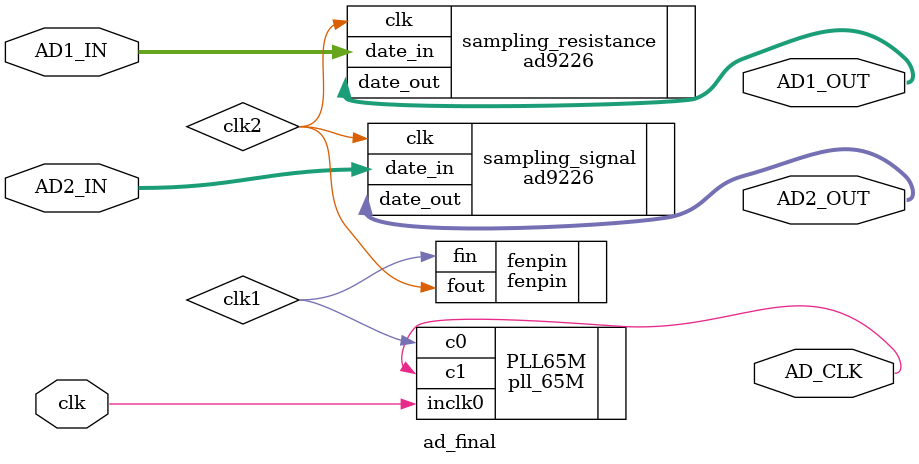
<source format=v>
/****************************************
@function: 分别采样两路ADC输入，供后续处理
*****************************************/
// 包含必要文件
`include "../pll/pll_65M.v"
`include "./fenpin.v"
`include "./ad9226.v"

module ad_final(
       clk,
		 AD_CLK,
		 AD1_IN,
		 AD1_OUT,
		 AD2_IN,
		 AD2_OUT
);

input clk;
input [11:0] AD1_IN;
input [11:0] AD2_IN;
output [11:0] AD1_OUT;
output [11:0] AD2_OUT;
output AD_CLK;

wire clk1;
wire clk2;

// 实例化65M时钟
pll_65M PLL65M (
	.inclk0(clk),
	.c0(clk1),		//130MHZ
	.c1(AD_CLK)
	);

// 时钟二分频
fenpin fenpin(
   .fin(clk1),
	.fout(clk2)
	);

// 信号发生器采样旋钮电位器电压输入
ad9226 sampling_resistance(
    .date_in(AD1_IN),
	 .date_out(AD1_OUT),
	 .clk(clk2)
	 );

// 波频鉴定器采样信号输入
ad9226 sampling_signal(
    .date_in(AD2_IN),
	 .date_out(AD2_OUT),
	 .clk(clk2)
	 );

endmodule

</source>
